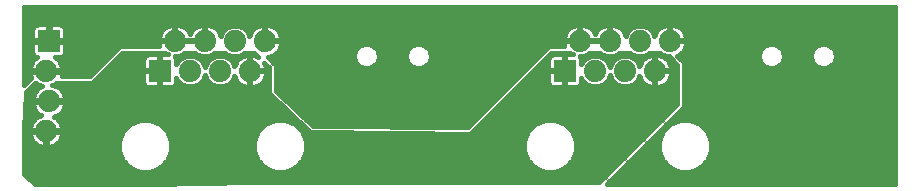
<source format=gbl>
G75*
G70*
%OFA0B0*%
%FSLAX24Y24*%
%IPPOS*%
%LPD*%
%AMOC8*
5,1,8,0,0,1.08239X$1,22.5*
%
%ADD10C,0.0740*%
%ADD11R,0.0740X0.0740*%
%ADD12C,0.0160*%
%ADD13C,0.0376*%
D10*
X001130Y004892D03*
X001230Y005892D03*
X001130Y006892D03*
X005430Y007892D03*
X006430Y007892D03*
X007430Y007892D03*
X008430Y007892D03*
X007930Y006892D03*
X006930Y006892D03*
X005930Y006892D03*
X018930Y007892D03*
X019930Y007892D03*
X020930Y007892D03*
X021930Y007892D03*
X021430Y006892D03*
X020430Y006892D03*
X019430Y006892D03*
D11*
X018430Y006892D03*
X004930Y006892D03*
X001230Y007892D03*
D12*
X000410Y003462D02*
X000750Y003122D01*
X004643Y003122D01*
X007980Y003192D01*
X019580Y003192D01*
X022180Y005792D01*
X022180Y007092D01*
X021890Y007382D01*
X021829Y007382D01*
X021641Y007460D01*
X021609Y007492D01*
X021251Y007492D01*
X021219Y007460D01*
X021031Y007382D01*
X020829Y007382D01*
X020641Y007460D01*
X020609Y007492D01*
X020251Y007492D01*
X020219Y007460D01*
X020031Y007382D01*
X019829Y007382D01*
X019641Y007460D01*
X019609Y007492D01*
X019251Y007492D01*
X019219Y007460D01*
X019031Y007382D01*
X018935Y007382D01*
X018944Y007372D01*
X018968Y007331D01*
X018980Y007286D01*
X018980Y007138D01*
X018998Y007181D01*
X019141Y007324D01*
X019329Y007402D01*
X019531Y007402D01*
X019719Y007324D01*
X019862Y007181D01*
X019930Y007018D01*
X019998Y007181D01*
X020141Y007324D01*
X020329Y007402D01*
X020531Y007402D01*
X020719Y007324D01*
X020862Y007181D01*
X020909Y007068D01*
X020920Y007103D01*
X020960Y007180D01*
X021010Y007250D01*
X021072Y007311D01*
X021142Y007362D01*
X021219Y007402D01*
X021301Y007428D01*
X021387Y007442D01*
X021412Y007442D01*
X021412Y006910D01*
X021448Y006910D01*
X021448Y007442D01*
X021473Y007442D01*
X021559Y007428D01*
X021641Y007402D01*
X021718Y007362D01*
X021788Y007311D01*
X021850Y007250D01*
X021900Y007180D01*
X021940Y007103D01*
X021966Y007021D01*
X021980Y006935D01*
X021980Y006910D01*
X021448Y006910D01*
X021448Y006874D01*
X021980Y006874D01*
X021980Y006849D01*
X021966Y006763D01*
X021940Y006681D01*
X021900Y006604D01*
X021850Y006534D01*
X021788Y006472D01*
X021718Y006422D01*
X021641Y006382D01*
X021559Y006356D01*
X021473Y006342D01*
X021448Y006342D01*
X021448Y006874D01*
X021412Y006874D01*
X021412Y006342D01*
X021387Y006342D01*
X021301Y006356D01*
X021219Y006382D01*
X021142Y006422D01*
X021072Y006472D01*
X021010Y006534D01*
X020960Y006604D01*
X020920Y006681D01*
X020909Y006716D01*
X020862Y006603D01*
X020719Y006460D01*
X020531Y006382D01*
X020329Y006382D01*
X020141Y006460D01*
X019998Y006603D01*
X019930Y006766D01*
X019862Y006603D01*
X019719Y006460D01*
X019531Y006382D01*
X019329Y006382D01*
X019141Y006460D01*
X018998Y006603D01*
X018980Y006646D01*
X018980Y006498D01*
X018968Y006452D01*
X018944Y006411D01*
X018911Y006378D01*
X018869Y006354D01*
X018824Y006342D01*
X018448Y006342D01*
X018448Y006874D01*
X018412Y006874D01*
X018412Y006342D01*
X018036Y006342D01*
X017991Y006354D01*
X017949Y006378D01*
X017916Y006411D01*
X017892Y006452D01*
X017880Y006498D01*
X017880Y006874D01*
X018412Y006874D01*
X018412Y006910D01*
X017880Y006910D01*
X017880Y007286D01*
X017892Y007331D01*
X017916Y007372D01*
X017949Y007406D01*
X017991Y007430D01*
X018036Y007442D01*
X018412Y007442D01*
X018412Y006910D01*
X018448Y006910D01*
X018448Y007442D01*
X018684Y007442D01*
X018641Y007460D01*
X018609Y007492D01*
X017980Y007492D01*
X015280Y004792D01*
X012938Y004814D01*
X012865Y004814D01*
X012863Y004815D01*
X009930Y004842D01*
X008580Y006142D01*
X008580Y006992D01*
X008409Y007163D01*
X008440Y007103D01*
X008466Y007021D01*
X008480Y006935D01*
X008480Y006910D01*
X007948Y006910D01*
X007948Y006874D01*
X008480Y006874D01*
X008480Y006849D01*
X008466Y006763D01*
X008440Y006681D01*
X008400Y006604D01*
X008350Y006534D01*
X008288Y006472D01*
X008218Y006422D01*
X008141Y006382D01*
X008059Y006356D01*
X007973Y006342D01*
X007948Y006342D01*
X007948Y006874D01*
X007912Y006874D01*
X007912Y006342D01*
X007887Y006342D01*
X007801Y006356D01*
X007719Y006382D01*
X007642Y006422D01*
X007572Y006472D01*
X007510Y006534D01*
X007460Y006604D01*
X007420Y006681D01*
X007409Y006716D01*
X007362Y006603D01*
X007219Y006460D01*
X007031Y006382D01*
X006829Y006382D01*
X006641Y006460D01*
X006498Y006603D01*
X006430Y006766D01*
X006362Y006603D01*
X006219Y006460D01*
X006031Y006382D01*
X005829Y006382D01*
X005641Y006460D01*
X005498Y006603D01*
X005480Y006646D01*
X005480Y006498D01*
X005468Y006452D01*
X005444Y006411D01*
X005411Y006378D01*
X005369Y006354D01*
X005324Y006342D01*
X004948Y006342D01*
X004948Y006874D01*
X004912Y006874D01*
X004912Y006342D01*
X004536Y006342D01*
X004491Y006354D01*
X004449Y006378D01*
X004416Y006411D01*
X004392Y006452D01*
X004380Y006498D01*
X004380Y006874D01*
X004912Y006874D01*
X004912Y006910D01*
X004380Y006910D01*
X004380Y007286D01*
X004392Y007331D01*
X004416Y007372D01*
X004449Y007406D01*
X004491Y007430D01*
X004536Y007442D01*
X004912Y007442D01*
X004912Y006910D01*
X004948Y006910D01*
X004948Y007442D01*
X005184Y007442D01*
X005141Y007460D01*
X005109Y007492D01*
X003680Y007492D01*
X002680Y006492D01*
X001451Y006492D01*
X001419Y006460D01*
X001348Y006430D01*
X001359Y006428D01*
X001441Y006402D01*
X001518Y006362D01*
X001588Y006311D01*
X001650Y006250D01*
X001700Y006180D01*
X001740Y006103D01*
X001766Y006021D01*
X001780Y005935D01*
X001780Y005912D01*
X001250Y005912D01*
X001250Y005872D01*
X001780Y005872D01*
X001780Y005849D01*
X001766Y005763D01*
X001740Y005681D01*
X001700Y005604D01*
X001650Y005534D01*
X001588Y005472D01*
X001518Y005422D01*
X001441Y005382D01*
X001403Y005370D01*
X001418Y005362D01*
X001488Y005311D01*
X001550Y005250D01*
X001600Y005180D01*
X001640Y005103D01*
X001666Y005021D01*
X001680Y004935D01*
X001680Y004912D01*
X001150Y004912D01*
X001150Y004872D01*
X001680Y004872D01*
X001680Y004849D01*
X001666Y004763D01*
X001640Y004681D01*
X001600Y004604D01*
X001550Y004534D01*
X001488Y004472D01*
X001418Y004422D01*
X001341Y004382D01*
X001259Y004356D01*
X001173Y004342D01*
X001150Y004342D01*
X001150Y004872D01*
X001110Y004872D01*
X000580Y004872D01*
X000580Y004849D01*
X000594Y004763D01*
X000620Y004681D01*
X000660Y004604D01*
X000710Y004534D01*
X000772Y004472D01*
X000842Y004422D01*
X000919Y004382D01*
X001001Y004356D01*
X001087Y004342D01*
X001110Y004342D01*
X001110Y004872D01*
X001110Y004912D01*
X000580Y004912D01*
X000580Y004935D01*
X000594Y005021D01*
X000620Y005103D01*
X000660Y005180D01*
X000710Y005250D01*
X000772Y005311D01*
X000842Y005362D01*
X000919Y005402D01*
X000957Y005414D01*
X000942Y005422D01*
X000872Y005472D01*
X000810Y005534D01*
X000760Y005604D01*
X000720Y005681D01*
X000694Y005763D01*
X000680Y005849D01*
X000680Y005872D01*
X001210Y005872D01*
X001210Y005912D01*
X000680Y005912D01*
X000680Y005935D01*
X000694Y006021D01*
X000720Y006103D01*
X000760Y006180D01*
X000810Y006250D01*
X000872Y006311D01*
X000942Y006362D01*
X001002Y006393D01*
X000841Y006460D01*
X000809Y006492D01*
X000780Y006492D01*
X000480Y006192D01*
X000410Y004955D01*
X000410Y003462D01*
X000410Y003526D02*
X019914Y003526D01*
X020067Y003367D02*
X029442Y003367D01*
X029442Y003526D02*
X020225Y003526D01*
X019756Y003367D02*
X000504Y003367D01*
X000663Y003209D02*
X019597Y003209D01*
X019821Y003122D02*
X022271Y005572D01*
X022400Y005701D01*
X022400Y007183D01*
X022181Y007402D01*
X022218Y007422D01*
X022288Y007472D01*
X022350Y007534D01*
X022400Y007604D01*
X022440Y007681D01*
X022466Y007763D01*
X022480Y007849D01*
X022480Y007874D01*
X021948Y007874D01*
X021948Y007910D01*
X021912Y007910D01*
X021912Y008442D01*
X021887Y008442D01*
X021801Y008428D01*
X021719Y008402D01*
X021642Y008362D01*
X021572Y008311D01*
X021510Y008250D01*
X021460Y008180D01*
X021420Y008103D01*
X021409Y008068D01*
X021362Y008181D01*
X021219Y008324D01*
X021031Y008402D01*
X020829Y008402D01*
X020641Y008324D01*
X020498Y008181D01*
X020451Y008068D01*
X020440Y008103D01*
X020400Y008180D01*
X020350Y008250D01*
X020288Y008311D01*
X020218Y008362D01*
X020141Y008402D01*
X020059Y008428D01*
X019973Y008442D01*
X019948Y008442D01*
X019948Y007910D01*
X019912Y007910D01*
X019912Y007874D01*
X018948Y007874D01*
X018948Y007910D01*
X019380Y007910D01*
X019912Y007910D01*
X019912Y008442D01*
X019887Y008442D01*
X019801Y008428D01*
X019719Y008402D01*
X019642Y008362D01*
X019572Y008311D01*
X019510Y008250D01*
X019460Y008180D01*
X019430Y008122D01*
X019400Y008180D01*
X019350Y008250D01*
X019288Y008311D01*
X019218Y008362D01*
X019141Y008402D01*
X019059Y008428D01*
X018973Y008442D01*
X018948Y008442D01*
X018948Y007910D01*
X018912Y007910D01*
X018912Y007874D01*
X018380Y007874D01*
X018380Y007849D01*
X018394Y007763D01*
X018410Y007712D01*
X017889Y007712D01*
X017760Y007583D01*
X015190Y005013D01*
X010020Y005061D01*
X008800Y006236D01*
X008800Y007083D01*
X008532Y007351D01*
X008559Y007356D01*
X008641Y007382D01*
X008718Y007422D01*
X008788Y007472D01*
X008850Y007534D01*
X008900Y007604D01*
X008940Y007681D01*
X008966Y007763D01*
X008980Y007849D01*
X008980Y007874D01*
X008448Y007874D01*
X008448Y007910D01*
X008412Y007910D01*
X008412Y008442D01*
X008387Y008442D01*
X008301Y008428D01*
X008219Y008402D01*
X008142Y008362D01*
X008072Y008311D01*
X008010Y008250D01*
X007960Y008180D01*
X007920Y008103D01*
X007909Y008068D01*
X007862Y008181D01*
X007719Y008324D01*
X007531Y008402D01*
X007329Y008402D01*
X007141Y008324D01*
X006998Y008181D01*
X006951Y008068D01*
X006940Y008103D01*
X006900Y008180D01*
X006850Y008250D01*
X006788Y008311D01*
X006718Y008362D01*
X006641Y008402D01*
X006559Y008428D01*
X006473Y008442D01*
X006448Y008442D01*
X006448Y007910D01*
X006412Y007910D01*
X006412Y008442D01*
X006387Y008442D01*
X006301Y008428D01*
X006219Y008402D01*
X006142Y008362D01*
X006072Y008311D01*
X006010Y008250D01*
X005960Y008180D01*
X005930Y008122D01*
X005900Y008180D01*
X005850Y008250D01*
X005788Y008311D01*
X005718Y008362D01*
X005641Y008402D01*
X005559Y008428D01*
X005473Y008442D01*
X005448Y008442D01*
X005448Y007910D01*
X005412Y007910D01*
X005412Y007874D01*
X004880Y007874D01*
X004880Y007849D01*
X004894Y007763D01*
X004910Y007712D01*
X003589Y007712D01*
X002589Y006712D01*
X001650Y006712D01*
X001666Y006763D01*
X001680Y006849D01*
X001680Y006872D01*
X001150Y006872D01*
X001150Y006912D01*
X001680Y006912D01*
X001680Y006935D01*
X001666Y007021D01*
X001640Y007103D01*
X001600Y007180D01*
X001550Y007250D01*
X001488Y007311D01*
X001446Y007342D01*
X001624Y007342D01*
X001669Y007354D01*
X001711Y007378D01*
X001744Y007411D01*
X001768Y007452D01*
X001780Y007498D01*
X001780Y007872D01*
X001250Y007872D01*
X001250Y007912D01*
X001210Y007912D01*
X001210Y008442D01*
X000836Y008442D01*
X000791Y008430D01*
X000749Y008406D01*
X000716Y008372D01*
X000692Y008331D01*
X000680Y008286D01*
X000680Y007912D01*
X001210Y007912D01*
X001210Y007872D01*
X000680Y007872D01*
X000680Y007498D01*
X000692Y007452D01*
X000716Y007411D01*
X000749Y007378D01*
X000791Y007354D01*
X000820Y007346D01*
X000772Y007311D01*
X000710Y007250D01*
X000660Y007180D01*
X000620Y007103D01*
X000594Y007021D01*
X000580Y006935D01*
X000580Y006912D01*
X001110Y006912D01*
X001110Y006872D01*
X000580Y006872D01*
X000580Y006849D01*
X000594Y006763D01*
X000620Y006681D01*
X000633Y006656D01*
X000410Y006433D01*
X000410Y009032D01*
X029442Y009032D01*
X029442Y003122D01*
X019821Y003122D01*
X019908Y003209D02*
X029442Y003209D01*
X029442Y003684D02*
X022939Y003684D01*
X022917Y003663D02*
X023159Y003905D01*
X023290Y004221D01*
X023290Y004563D01*
X023159Y004879D01*
X022917Y005121D01*
X022601Y005252D01*
X022259Y005252D01*
X021943Y005121D01*
X021701Y004879D01*
X021570Y004563D01*
X021570Y004221D01*
X021701Y003905D01*
X021943Y003663D01*
X022259Y003532D01*
X022601Y003532D01*
X022917Y003663D01*
X023097Y003843D02*
X029442Y003843D01*
X029442Y004001D02*
X023199Y004001D01*
X023265Y004160D02*
X029442Y004160D01*
X029442Y004318D02*
X023290Y004318D01*
X023290Y004477D02*
X029442Y004477D01*
X029442Y004635D02*
X023260Y004635D01*
X023194Y004794D02*
X029442Y004794D01*
X029442Y004952D02*
X023086Y004952D01*
X022927Y005111D02*
X029442Y005111D01*
X029442Y005269D02*
X021969Y005269D01*
X021658Y005269D02*
X015758Y005269D01*
X015446Y005269D02*
X009803Y005269D01*
X009486Y005269D02*
X001530Y005269D01*
X001527Y005428D02*
X009321Y005428D01*
X009474Y005586D02*
X015763Y005586D01*
X015916Y005428D02*
X021816Y005428D01*
X021975Y005586D02*
X016075Y005586D01*
X015605Y005428D02*
X009639Y005428D01*
X009417Y005121D02*
X009101Y005252D01*
X008759Y005252D01*
X008443Y005121D01*
X008201Y004879D01*
X008070Y004563D01*
X008070Y004221D01*
X008201Y003905D01*
X008443Y003663D01*
X008759Y003532D01*
X009101Y003532D01*
X009417Y003663D01*
X009659Y003905D01*
X009790Y004221D01*
X009790Y004563D01*
X009659Y004879D01*
X009417Y005121D01*
X009427Y005111D02*
X009651Y005111D01*
X009586Y004952D02*
X009815Y004952D01*
X009968Y005111D02*
X015288Y005111D01*
X015441Y004952D02*
X017274Y004952D01*
X017201Y004879D02*
X017070Y004563D01*
X017070Y004221D01*
X017201Y003905D01*
X017443Y003663D01*
X017759Y003532D01*
X018101Y003532D01*
X018417Y003663D01*
X018659Y003905D01*
X018790Y004221D01*
X018790Y004563D01*
X018659Y004879D01*
X018417Y005121D01*
X018101Y005252D01*
X017759Y005252D01*
X017443Y005121D01*
X017201Y004879D01*
X017166Y004794D02*
X015282Y004794D01*
X015066Y004794D02*
X009694Y004794D01*
X009760Y004635D02*
X017100Y004635D01*
X017070Y004477D02*
X009790Y004477D01*
X009790Y004318D02*
X017070Y004318D01*
X017095Y004160D02*
X009765Y004160D01*
X009699Y004001D02*
X017161Y004001D01*
X017263Y003843D02*
X009597Y003843D01*
X009439Y003684D02*
X017421Y003684D01*
X018439Y003684D02*
X020073Y003684D01*
X020231Y003843D02*
X018597Y003843D01*
X018699Y004001D02*
X020390Y004001D01*
X020701Y004001D02*
X021661Y004001D01*
X021595Y004160D02*
X020859Y004160D01*
X020707Y004318D02*
X018790Y004318D01*
X018765Y004160D02*
X020548Y004160D01*
X021018Y004318D02*
X021570Y004318D01*
X021570Y004477D02*
X021176Y004477D01*
X020865Y004477D02*
X018790Y004477D01*
X018760Y004635D02*
X021024Y004635D01*
X021182Y004794D02*
X018694Y004794D01*
X018586Y004952D02*
X021341Y004952D01*
X021499Y005111D02*
X018427Y005111D01*
X017433Y005111D02*
X015599Y005111D01*
X015922Y005745D02*
X009309Y005745D01*
X009145Y005903D02*
X016080Y005903D01*
X016233Y005745D02*
X022133Y005745D01*
X022180Y005903D02*
X016392Y005903D01*
X016239Y006062D02*
X008980Y006062D01*
X008663Y006062D02*
X001753Y006062D01*
X001671Y006220D02*
X008580Y006220D01*
X008580Y006379D02*
X008131Y006379D01*
X007948Y006379D02*
X007912Y006379D01*
X007729Y006379D02*
X005412Y006379D01*
X005480Y006537D02*
X005563Y006537D01*
X004948Y006537D02*
X004912Y006537D01*
X004912Y006696D02*
X004948Y006696D01*
X004948Y006854D02*
X004912Y006854D01*
X004912Y007013D02*
X004948Y007013D01*
X004948Y007171D02*
X004912Y007171D01*
X004912Y007330D02*
X004948Y007330D01*
X005112Y007488D02*
X003677Y007488D01*
X003518Y007330D02*
X004392Y007330D01*
X004380Y007171D02*
X003360Y007171D01*
X003201Y007013D02*
X004380Y007013D01*
X004380Y006854D02*
X003043Y006854D01*
X002731Y006854D02*
X001680Y006854D01*
X001668Y007013D02*
X002890Y007013D01*
X003048Y007171D02*
X001605Y007171D01*
X001463Y007330D02*
X003207Y007330D01*
X003365Y007488D02*
X001777Y007488D01*
X001780Y007647D02*
X003524Y007647D01*
X004887Y007805D02*
X001780Y007805D01*
X001780Y007912D02*
X001250Y007912D01*
X001250Y008442D01*
X001624Y008442D01*
X001669Y008430D01*
X001711Y008406D01*
X001744Y008372D01*
X001768Y008331D01*
X001780Y008286D01*
X001780Y007912D01*
X001780Y007964D02*
X004885Y007964D01*
X004880Y007935D02*
X004880Y007910D01*
X005412Y007910D01*
X005412Y008442D01*
X005387Y008442D01*
X005301Y008428D01*
X005219Y008402D01*
X005142Y008362D01*
X005072Y008311D01*
X005010Y008250D01*
X004960Y008180D01*
X004920Y008103D01*
X004894Y008021D01*
X004880Y007935D01*
X004930Y008122D02*
X001780Y008122D01*
X001250Y008122D02*
X001210Y008122D01*
X001210Y007964D02*
X001250Y007964D01*
X000680Y007964D02*
X000410Y007964D01*
X000410Y007805D02*
X000680Y007805D01*
X000680Y007647D02*
X000410Y007647D01*
X000410Y007488D02*
X000683Y007488D01*
X000797Y007330D02*
X000410Y007330D01*
X000410Y007171D02*
X000655Y007171D01*
X000592Y007013D02*
X000410Y007013D01*
X000410Y006854D02*
X000580Y006854D01*
X000615Y006696D02*
X000410Y006696D01*
X000410Y006537D02*
X000514Y006537D01*
X000667Y006379D02*
X000974Y006379D01*
X000789Y006220D02*
X000509Y006220D01*
X000473Y006062D02*
X000707Y006062D01*
X000464Y005903D02*
X001210Y005903D01*
X001250Y005903D02*
X008828Y005903D01*
X008992Y005745D02*
X001761Y005745D01*
X001688Y005586D02*
X009157Y005586D01*
X008433Y005111D02*
X004927Y005111D01*
X004917Y005121D02*
X004601Y005252D01*
X004259Y005252D01*
X003943Y005121D01*
X003701Y004879D01*
X003570Y004563D01*
X003570Y004221D01*
X003701Y003905D01*
X003943Y003663D01*
X004259Y003532D01*
X004601Y003532D01*
X004917Y003663D01*
X005159Y003905D01*
X005290Y004221D01*
X005290Y004563D01*
X005159Y004879D01*
X004917Y005121D01*
X005086Y004952D02*
X008274Y004952D01*
X008166Y004794D02*
X005194Y004794D01*
X005260Y004635D02*
X008100Y004635D01*
X008070Y004477D02*
X005290Y004477D01*
X005290Y004318D02*
X008070Y004318D01*
X008095Y004160D02*
X005265Y004160D01*
X005199Y004001D02*
X008161Y004001D01*
X008263Y003843D02*
X005097Y003843D01*
X004939Y003684D02*
X008421Y003684D01*
X003921Y003684D02*
X000410Y003684D01*
X000410Y003843D02*
X003763Y003843D01*
X003661Y004001D02*
X000410Y004001D01*
X000410Y004160D02*
X003595Y004160D01*
X003570Y004318D02*
X000410Y004318D01*
X000410Y004477D02*
X000767Y004477D01*
X001110Y004477D02*
X001150Y004477D01*
X001493Y004477D02*
X003570Y004477D01*
X003600Y004635D02*
X001617Y004635D01*
X001671Y004794D02*
X003666Y004794D01*
X003774Y004952D02*
X001677Y004952D01*
X001636Y005111D02*
X003933Y005111D01*
X001150Y004794D02*
X001110Y004794D01*
X001110Y004635D02*
X001150Y004635D01*
X000643Y004635D02*
X000410Y004635D01*
X000410Y004794D02*
X000589Y004794D01*
X000583Y004952D02*
X000410Y004952D01*
X000419Y005111D02*
X000624Y005111D01*
X000730Y005269D02*
X000428Y005269D01*
X000437Y005428D02*
X000933Y005428D01*
X000772Y005586D02*
X000446Y005586D01*
X000455Y005745D02*
X000699Y005745D01*
X001486Y006379D02*
X004448Y006379D01*
X004380Y006537D02*
X002726Y006537D01*
X002884Y006696D02*
X004380Y006696D01*
X004912Y006379D02*
X004948Y006379D01*
X006297Y006537D02*
X006563Y006537D01*
X006459Y006696D02*
X006401Y006696D01*
X007297Y006537D02*
X007508Y006537D01*
X007415Y006696D02*
X007401Y006696D01*
X007912Y006696D02*
X007948Y006696D01*
X007948Y006537D02*
X007912Y006537D01*
X008352Y006537D02*
X008580Y006537D01*
X008580Y006696D02*
X008445Y006696D01*
X008800Y006696D02*
X016873Y006696D01*
X017026Y006537D02*
X017880Y006537D01*
X017880Y006696D02*
X017184Y006696D01*
X017031Y006854D02*
X008800Y006854D01*
X008580Y006854D02*
X008480Y006854D01*
X008468Y007013D02*
X008559Y007013D01*
X008712Y007171D02*
X011464Y007171D01*
X011469Y007161D02*
X011583Y007047D01*
X011733Y006985D01*
X011895Y006985D01*
X012044Y007047D01*
X012159Y007161D01*
X012221Y007311D01*
X012221Y007473D01*
X012159Y007623D01*
X012044Y007737D01*
X011895Y007799D01*
X011733Y007799D01*
X011583Y007737D01*
X011469Y007623D01*
X011407Y007473D01*
X011407Y007311D01*
X011469Y007161D01*
X011665Y007013D02*
X008800Y007013D01*
X008553Y007330D02*
X011407Y007330D01*
X011413Y007488D02*
X008804Y007488D01*
X008922Y007647D02*
X011493Y007647D01*
X012135Y007647D02*
X013225Y007647D01*
X013201Y007623D02*
X013139Y007473D01*
X013139Y007311D01*
X013201Y007161D01*
X013316Y007047D01*
X013465Y006985D01*
X013627Y006985D01*
X013777Y007047D01*
X013891Y007161D01*
X013953Y007311D01*
X013953Y007473D01*
X013891Y007623D01*
X013777Y007737D01*
X013627Y007799D01*
X013465Y007799D01*
X013316Y007737D01*
X013201Y007623D01*
X013145Y007488D02*
X012215Y007488D01*
X012221Y007330D02*
X013139Y007330D01*
X013197Y007171D02*
X012163Y007171D01*
X011963Y007013D02*
X013397Y007013D01*
X013695Y007013D02*
X017190Y007013D01*
X017348Y007171D02*
X013896Y007171D01*
X013953Y007330D02*
X017507Y007330D01*
X017665Y007488D02*
X013947Y007488D01*
X013867Y007647D02*
X017824Y007647D01*
X017760Y007583D02*
X017760Y007583D01*
X017977Y007488D02*
X018612Y007488D01*
X018448Y007330D02*
X018412Y007330D01*
X018412Y007171D02*
X018448Y007171D01*
X018448Y007013D02*
X018412Y007013D01*
X018412Y006854D02*
X018448Y006854D01*
X018448Y006696D02*
X018412Y006696D01*
X018412Y006537D02*
X018448Y006537D01*
X018448Y006379D02*
X018412Y006379D01*
X017948Y006379D02*
X016867Y006379D01*
X016709Y006220D02*
X022180Y006220D01*
X022180Y006379D02*
X021631Y006379D01*
X021448Y006379D02*
X021412Y006379D01*
X021229Y006379D02*
X018912Y006379D01*
X018980Y006537D02*
X019063Y006537D01*
X019797Y006537D02*
X020063Y006537D01*
X019959Y006696D02*
X019901Y006696D01*
X020797Y006537D02*
X021008Y006537D01*
X020915Y006696D02*
X020901Y006696D01*
X021412Y006696D02*
X021448Y006696D01*
X021448Y006537D02*
X021412Y006537D01*
X021852Y006537D02*
X022180Y006537D01*
X022180Y006696D02*
X021945Y006696D01*
X021980Y006854D02*
X022180Y006854D01*
X022400Y006854D02*
X029442Y006854D01*
X029442Y006696D02*
X022400Y006696D01*
X022400Y006537D02*
X029442Y006537D01*
X029442Y006379D02*
X022400Y006379D01*
X022400Y006220D02*
X029442Y006220D01*
X029442Y006062D02*
X022400Y006062D01*
X022180Y006062D02*
X016550Y006062D01*
X016397Y006220D02*
X008816Y006220D01*
X008800Y006379D02*
X016556Y006379D01*
X016714Y006537D02*
X008800Y006537D01*
X007948Y006854D02*
X007912Y006854D01*
X007912Y006910D02*
X007912Y007442D01*
X007887Y007442D01*
X007801Y007428D01*
X007719Y007402D01*
X007642Y007362D01*
X007572Y007311D01*
X007510Y007250D01*
X007460Y007180D01*
X007420Y007103D01*
X007409Y007068D01*
X007362Y007181D01*
X007219Y007324D01*
X007031Y007402D01*
X006829Y007402D01*
X006641Y007324D01*
X006498Y007181D01*
X006430Y007018D01*
X006362Y007181D01*
X006219Y007324D01*
X006031Y007402D01*
X005829Y007402D01*
X005641Y007324D01*
X005498Y007181D01*
X005480Y007138D01*
X005480Y007286D01*
X005468Y007331D01*
X005444Y007372D01*
X005435Y007382D01*
X005531Y007382D01*
X005719Y007460D01*
X005751Y007492D01*
X006109Y007492D01*
X006141Y007460D01*
X006329Y007382D01*
X006531Y007382D01*
X006719Y007460D01*
X006751Y007492D01*
X007109Y007492D01*
X007141Y007460D01*
X007329Y007382D01*
X007531Y007382D01*
X007719Y007460D01*
X007751Y007492D01*
X008080Y007492D01*
X008201Y007371D01*
X008141Y007402D01*
X008059Y007428D01*
X007973Y007442D01*
X007948Y007442D01*
X007948Y006910D01*
X007912Y006910D01*
X007912Y007013D02*
X007948Y007013D01*
X007948Y007171D02*
X007912Y007171D01*
X007912Y007330D02*
X007948Y007330D01*
X008083Y007488D02*
X007748Y007488D01*
X007597Y007330D02*
X007205Y007330D01*
X007112Y007488D02*
X006748Y007488D01*
X006655Y007330D02*
X006205Y007330D01*
X006112Y007488D02*
X005748Y007488D01*
X005655Y007330D02*
X005468Y007330D01*
X005480Y007171D02*
X005494Y007171D01*
X006366Y007171D02*
X006494Y007171D01*
X007366Y007171D02*
X007455Y007171D01*
X006412Y007874D02*
X005448Y007874D01*
X005448Y007910D01*
X005980Y007910D01*
X006412Y007910D01*
X006412Y007874D01*
X006412Y007964D02*
X006448Y007964D01*
X006448Y008122D02*
X006412Y008122D01*
X006412Y008281D02*
X006448Y008281D01*
X006448Y008439D02*
X006412Y008439D01*
X006371Y008439D02*
X005489Y008439D01*
X005448Y008439D02*
X005412Y008439D01*
X005371Y008439D02*
X001633Y008439D01*
X001780Y008281D02*
X005041Y008281D01*
X005412Y008281D02*
X005448Y008281D01*
X005819Y008281D02*
X006041Y008281D01*
X006489Y008439D02*
X008371Y008439D01*
X008412Y008439D02*
X008448Y008439D01*
X008448Y008442D02*
X008448Y007910D01*
X008980Y007910D01*
X008980Y007935D01*
X008966Y008021D01*
X008940Y008103D01*
X008900Y008180D01*
X008850Y008250D01*
X008788Y008311D01*
X008718Y008362D01*
X008641Y008402D01*
X008559Y008428D01*
X008473Y008442D01*
X008448Y008442D01*
X008489Y008439D02*
X018871Y008439D01*
X018887Y008442D02*
X018801Y008428D01*
X018719Y008402D01*
X018642Y008362D01*
X018572Y008311D01*
X018510Y008250D01*
X018460Y008180D01*
X018420Y008103D01*
X018394Y008021D01*
X018380Y007935D01*
X018380Y007910D01*
X018912Y007910D01*
X018912Y008442D01*
X018887Y008442D01*
X018912Y008439D02*
X018948Y008439D01*
X018989Y008439D02*
X019871Y008439D01*
X019912Y008439D02*
X019948Y008439D01*
X019989Y008439D02*
X021871Y008439D01*
X021912Y008439D02*
X021948Y008439D01*
X021948Y008442D02*
X021948Y007910D01*
X022480Y007910D01*
X022480Y007935D01*
X022466Y008021D01*
X022440Y008103D01*
X022400Y008180D01*
X022350Y008250D01*
X022288Y008311D01*
X022218Y008362D01*
X022141Y008402D01*
X022059Y008428D01*
X021973Y008442D01*
X021948Y008442D01*
X021989Y008439D02*
X029442Y008439D01*
X029442Y008281D02*
X022319Y008281D01*
X021948Y008281D02*
X021912Y008281D01*
X021541Y008281D02*
X021262Y008281D01*
X021387Y008122D02*
X021430Y008122D01*
X021912Y008122D02*
X021948Y008122D01*
X021948Y007964D02*
X021912Y007964D01*
X022430Y008122D02*
X029442Y008122D01*
X029442Y007964D02*
X022475Y007964D01*
X022473Y007805D02*
X029442Y007805D01*
X029442Y007647D02*
X027367Y007647D01*
X027391Y007623D02*
X027277Y007737D01*
X027127Y007799D01*
X026965Y007799D01*
X026816Y007737D01*
X026701Y007623D01*
X026639Y007473D01*
X026639Y007311D01*
X026701Y007161D01*
X026816Y007047D01*
X026965Y006985D01*
X027127Y006985D01*
X027277Y007047D01*
X027391Y007161D01*
X027453Y007311D01*
X027453Y007473D01*
X027391Y007623D01*
X027447Y007488D02*
X029442Y007488D01*
X029442Y007330D02*
X027453Y007330D01*
X027396Y007171D02*
X029442Y007171D01*
X029442Y007013D02*
X027195Y007013D01*
X026897Y007013D02*
X025463Y007013D01*
X025395Y006985D02*
X025544Y007047D01*
X025659Y007161D01*
X025721Y007311D01*
X025721Y007473D01*
X025659Y007623D01*
X025544Y007737D01*
X025395Y007799D01*
X025233Y007799D01*
X025083Y007737D01*
X024969Y007623D01*
X024907Y007473D01*
X024907Y007311D01*
X024969Y007161D01*
X025083Y007047D01*
X025233Y006985D01*
X025395Y006985D01*
X025165Y007013D02*
X022400Y007013D01*
X022400Y007171D02*
X024964Y007171D01*
X024907Y007330D02*
X022253Y007330D01*
X022304Y007488D02*
X024913Y007488D01*
X024993Y007647D02*
X022422Y007647D01*
X021942Y007330D02*
X021763Y007330D01*
X021612Y007488D02*
X021248Y007488D01*
X021097Y007330D02*
X020705Y007330D01*
X020612Y007488D02*
X020248Y007488D01*
X020155Y007330D02*
X019705Y007330D01*
X019612Y007488D02*
X019248Y007488D01*
X019155Y007330D02*
X018968Y007330D01*
X018980Y007171D02*
X018994Y007171D01*
X019866Y007171D02*
X019994Y007171D01*
X020866Y007171D02*
X020955Y007171D01*
X021412Y007171D02*
X021448Y007171D01*
X021448Y007013D02*
X021412Y007013D01*
X021412Y006854D02*
X021448Y006854D01*
X021968Y007013D02*
X022180Y007013D01*
X022100Y007171D02*
X021905Y007171D01*
X021448Y007330D02*
X021412Y007330D01*
X019948Y007964D02*
X019912Y007964D01*
X019912Y008122D02*
X019948Y008122D01*
X019430Y008122D02*
X019430Y008122D01*
X019319Y008281D02*
X019541Y008281D01*
X019912Y008281D02*
X019948Y008281D01*
X020319Y008281D02*
X020598Y008281D01*
X020473Y008122D02*
X020430Y008122D01*
X018948Y008122D02*
X018912Y008122D01*
X018912Y007964D02*
X018948Y007964D01*
X018430Y008122D02*
X008930Y008122D01*
X008448Y008122D02*
X008412Y008122D01*
X008412Y007964D02*
X008448Y007964D01*
X008975Y007964D02*
X018385Y007964D01*
X018387Y007805D02*
X008973Y007805D01*
X007930Y008122D02*
X007887Y008122D01*
X007762Y008281D02*
X008041Y008281D01*
X008412Y008281D02*
X008448Y008281D01*
X008819Y008281D02*
X018541Y008281D01*
X018912Y008281D02*
X018948Y008281D01*
X017892Y007330D02*
X017818Y007330D01*
X017880Y007171D02*
X017660Y007171D01*
X017501Y007013D02*
X017880Y007013D01*
X017880Y006854D02*
X017343Y006854D01*
X022127Y005428D02*
X029442Y005428D01*
X029442Y005586D02*
X022286Y005586D01*
X022400Y005745D02*
X029442Y005745D01*
X029442Y005903D02*
X022400Y005903D01*
X021933Y005111D02*
X021810Y005111D01*
X021774Y004952D02*
X021652Y004952D01*
X021666Y004794D02*
X021493Y004794D01*
X021600Y004635D02*
X021335Y004635D01*
X021763Y003843D02*
X020542Y003843D01*
X020384Y003684D02*
X021921Y003684D01*
X025663Y007171D02*
X026697Y007171D01*
X026639Y007330D02*
X025721Y007330D01*
X025715Y007488D02*
X026645Y007488D01*
X026725Y007647D02*
X025635Y007647D01*
X029442Y008598D02*
X000410Y008598D01*
X000410Y008756D02*
X029442Y008756D01*
X029442Y008915D02*
X000410Y008915D01*
X000410Y008439D02*
X000827Y008439D01*
X000680Y008281D02*
X000410Y008281D01*
X000410Y008122D02*
X000680Y008122D01*
X001210Y008281D02*
X001250Y008281D01*
X001250Y008439D02*
X001210Y008439D01*
X005412Y008122D02*
X005448Y008122D01*
X005930Y008122D02*
X005930Y008122D01*
X005448Y007964D02*
X005412Y007964D01*
X006819Y008281D02*
X007098Y008281D01*
X006973Y008122D02*
X006930Y008122D01*
D13*
X006630Y008792D03*
X009330Y007792D03*
X010680Y007492D03*
X009330Y006842D03*
X009330Y005892D03*
X012930Y005142D03*
X013680Y005642D03*
X014580Y007492D03*
X020230Y008842D03*
X022880Y007942D03*
X024180Y007492D03*
X022830Y006942D03*
X022830Y005842D03*
X023580Y004842D03*
X024480Y004842D03*
X025480Y004842D03*
X026380Y005042D03*
X027480Y005192D03*
X028080Y007492D03*
M02*

</source>
